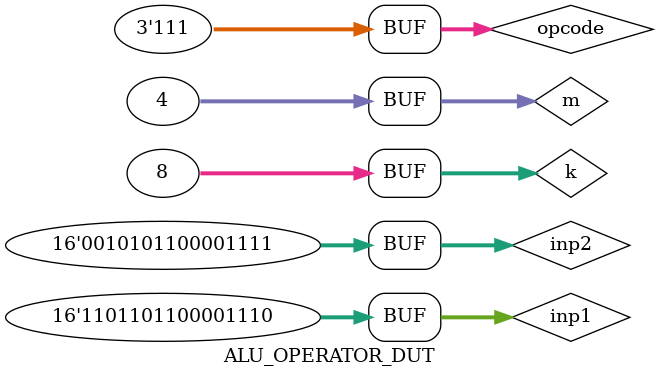
<source format=v>
                                           /*** testbench code ***/

module ALU_OPERATOR_DUT ();         
reg [15:0] inp1, inp2 ;
reg [2:0] opcode ;
wire [31:0]result ;
integer k,m ;

ALU_OPERATOR uut1 (
.inp1(inp1),
.inp2(inp2),
.opcode(opcode),
.result(result)
);

initial
   begin
     for(m=0;m<4;m=m+1)
       begin
         if (m==0)
           begin
            inp1 = 7511 ;
            inp2 = 1250 ;
           end 

         else if(m==1)
           begin
            inp1 = -30650 ;
            inp2 = -20864 ;
           end

         else if(m==2)
           begin
            inp1 = 2364 ;  
            inp2 = -1023 ;
           end

         else if(m==3)
           begin
            inp1 = -9458 ;
            inp2 = 11023 ;
           end

         for(k=0;k<8;k=k+1)
           begin
             opcode = k ;
             if (k==0)  begin
               $display("\t\toperation    \t opcod  \t    inp1 \t             inp2 \t                     result") ;
               $display("\t\t---------    \t -----  \t    ---- \t             ---- \t                     ------") ;
               $monitor("\t\tsummation     \t %3b\t      %6d\t            %6d\t              %12d",opcode,$signed(inp1),$signed(inp2),$signed(result)) ;  end
             else if (k==1)
               $monitor("\t\tsubtraction   \t %3b\t      %6d\t            %6d\t              %12d",opcode,$signed(inp1),$signed(inp2),$signed(result)) ;
             else if (k==2)
               $monitor("\t\tmultiplication\t %3b\t      %6d\t            %6d\t                %12d",opcode,$signed(inp1),$signed(inp2),$signed(result)) ;
             else if(k==3)
               $monitor("\t\tdivision      \t %3b\t      %6d\t            %6d\t           %6d  , %6d  (remainder)",
               opcode,$signed(inp1),$signed(inp2),$signed(result[31:16]),$signed(result[15:0])) ;
             else if(k==4)
               $monitor("\t\tbitwise OR    \t %3b\t  %16b\t  %16b\t  %32b",opcode,inp1,inp2,result) ;
             else if(k==5)
               $monitor("\t\tbitwise AND   \t %3b\t  %16b\t  %16b\t  %32b",opcode,inp1,inp2,result) ;
             else if(k==6)
               $monitor("\t\tNOT inp1      \t %3b\t  %16b\t  %16b\t  %32b",opcode,inp1,inp2,result) ;
             else if(k==7)
               $monitor("\t\tNOT inp2      \t %3b\t  %16b\t  %16b\t  %32b",opcode,inp1,inp2,result) ;
             #100 ;
           end
         #100 ;
         $display("/t**********************************************************************************************************") ;
      end
   end
endmodule

</source>
